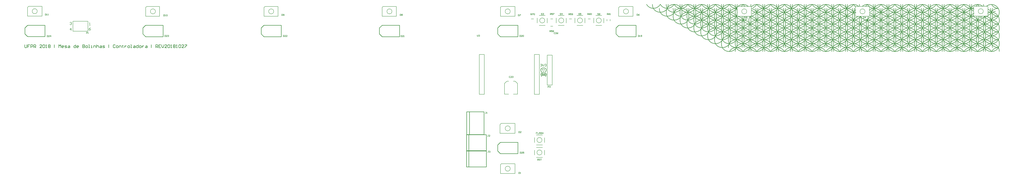
<source format=gto>
G04 Layer_Color=65535*
%FSLAX25Y25*%
%MOIN*%
G70*
G01*
G75*
%ADD44C,0.01000*%
%ADD45C,0.00100*%
%ADD46C,0.00500*%
%ADD47C,0.00800*%
%ADD48C,0.00787*%
%ADD49C,0.00300*%
%ADD50C,0.00700*%
D44*
X1470067Y92908D02*
G03*
X1470472Y96457I-15343J3549D01*
G01*
X1451516Y92658D02*
G03*
X1454583Y96457I-10571J11673D01*
G01*
X1454866Y96457D02*
G03*
X1457733Y92842I13638J7874D01*
G01*
X1687008Y96457D02*
G03*
X1687368Y93106I15748J0D01*
G01*
X1699740Y92835D02*
G03*
X1702615Y96457I-10763J11496D01*
G01*
X1944703Y81932D02*
G03*
X1958661Y82819I6085J14525D01*
G01*
X1919948Y92593D02*
G03*
X1923156Y96578I-10499J11737D01*
G01*
X1061400Y-34747D02*
G03*
X1060377Y-32277I-3494J0D01*
G01*
X1059807Y-38793D02*
G03*
X1061400Y-34947I-3846J3846D01*
G01*
X1059807Y-38793D02*
G03*
X1059100Y-40500I1707J-1707D01*
G01*
X1053100Y-41414D02*
G03*
X1052100Y-39000I-3414J0D01*
G01*
X1050600Y-35379D02*
G03*
X1052100Y-39000I5121J0D01*
G01*
X1051600Y-32500D02*
G03*
X1050600Y-34914I2414J-2414D01*
G01*
X1055221Y-31000D02*
G03*
X1051600Y-32500I0J-5121D01*
G01*
X1060600D02*
G03*
X1056979Y-31000I-3621J-3621D01*
G01*
X1964567Y9843D02*
G03*
X1950929Y1969I0J-15748D01*
G01*
X1950646Y1969D02*
G03*
X1923370Y1969I-13638J-7874D01*
G01*
X1923087Y1969D02*
G03*
X1895811Y1969I-13638J-7874D01*
G01*
X1895528Y1969D02*
G03*
X1868251Y1969I-13638J-7874D01*
G01*
X1785292Y1969D02*
G03*
X1758015Y1969I-13638J-7874D01*
G01*
X1812851Y1969D02*
G03*
X1785574Y1969I-13638J-7874D01*
G01*
X1840410Y1969D02*
G03*
X1813133Y1969I-13638J-7874D01*
G01*
X1867969Y1969D02*
G03*
X1840693Y1969I-13638J-7874D01*
G01*
X1675056Y1969D02*
G03*
X1647779Y1969I-13638J-7874D01*
G01*
X1702615Y1969D02*
G03*
X1675338Y1969I-13638J-7874D01*
G01*
X1730174Y1969D02*
G03*
X1702897Y1969I-13638J-7874D01*
G01*
X1757733Y1969D02*
G03*
X1730456Y1969I-13638J-7874D01*
G01*
X1564819Y1969D02*
G03*
X1537543Y1969I-13638J-7874D01*
G01*
X1592378Y1969D02*
G03*
X1565102Y1969I-13638J-7874D01*
G01*
X1619937Y1969D02*
G03*
X1592661Y1969I-13638J-7874D01*
G01*
X1647496Y1969D02*
G03*
X1620220Y1969I-13638J-7874D01*
G01*
X1454583Y1969D02*
G03*
X1427307Y1969I-13638J-7874D01*
G01*
X1482142Y1969D02*
G03*
X1454866Y1969I-13638J-7874D01*
G01*
X1509701Y1969D02*
G03*
X1482425Y1969I-13638J-7874D01*
G01*
X1537260Y1969D02*
G03*
X1509984Y1969I-13638J-7874D01*
G01*
X1966535Y1969D02*
G03*
X1935039Y1969I-15748J0D01*
G01*
X1938976D02*
G03*
X1907480Y1969I-15748J0D01*
G01*
X1911417D02*
G03*
X1879921Y1969I-15748J0D01*
G01*
X1883858D02*
G03*
X1852362Y1969I-15748J0D01*
G01*
X1773622D02*
G03*
X1742126Y1969I-15748J0D01*
G01*
X1801181D02*
G03*
X1769685Y1969I-15748J0D01*
G01*
X1828740D02*
G03*
X1797244Y1969I-15748J0D01*
G01*
X1856299D02*
G03*
X1824803Y1969I-15748J0D01*
G01*
X1663386D02*
G03*
X1631890Y1969I-15748J0D01*
G01*
X1690945D02*
G03*
X1659449Y1969I-15748J0D01*
G01*
X1718504D02*
G03*
X1687008Y1969I-15748J0D01*
G01*
X1746063D02*
G03*
X1714567Y1969I-15748J0D01*
G01*
X1553150D02*
G03*
X1521653Y1969I-15748J0D01*
G01*
X1580709D02*
G03*
X1549213Y1969I-15748J0D01*
G01*
X1608268D02*
G03*
X1576772Y1969I-15748J0D01*
G01*
X1635827D02*
G03*
X1604331Y1969I-15748J0D01*
G01*
X1470472D02*
G03*
X1438976Y1969I-15748J0D01*
G01*
X1498032D02*
G03*
X1466535Y1969I-15748J0D01*
G01*
X1525591D02*
G03*
X1494094Y1969I-15748J0D01*
G01*
X1964567Y25591D02*
G03*
X1950929Y17717I0J-15748D01*
G01*
X1952756Y9843D02*
G03*
X1921260Y9843I-15748J0D01*
G01*
X1925197D02*
G03*
X1893701Y9843I-15748J0D01*
G01*
X1897638D02*
G03*
X1866142Y9843I-15748J0D01*
G01*
X1787402D02*
G03*
X1755906Y9843I-15748J0D01*
G01*
X1814961D02*
G03*
X1783464Y9843I-15748J0D01*
G01*
X1842520D02*
G03*
X1811024Y9843I-15748J0D01*
G01*
X1870079D02*
G03*
X1838583Y9843I-15748J0D01*
G01*
X1677165D02*
G03*
X1645669Y9843I-15748J0D01*
G01*
X1704724D02*
G03*
X1673228Y9843I-15748J0D01*
G01*
X1732284D02*
G03*
X1700787Y9843I-15748J0D01*
G01*
X1759842D02*
G03*
X1728346Y9843I-15748J0D01*
G01*
X1566929D02*
G03*
X1535433Y9843I-15748J0D01*
G01*
X1594488D02*
G03*
X1562992Y9843I-15748J0D01*
G01*
X1622047D02*
G03*
X1590551Y9843I-15748J0D01*
G01*
X1649606D02*
G03*
X1618110Y9843I-15748J0D01*
G01*
X1456693D02*
G03*
X1425197Y9843I-15748J0D01*
G01*
X1484252D02*
G03*
X1452756Y9843I-15748J0D01*
G01*
X1511811D02*
G03*
X1480315Y9843I-15748J0D01*
G01*
X1539370D02*
G03*
X1507874Y9843I-15748J0D01*
G01*
X1966535Y17717D02*
G03*
X1966535Y17717I-15748J0D01*
G01*
X1938976D02*
G03*
X1938976Y17717I-15748J0D01*
G01*
X1911417D02*
G03*
X1911417Y17717I-15748J0D01*
G01*
X1883858D02*
G03*
X1883858Y17717I-15748J0D01*
G01*
X1773622D02*
G03*
X1773622Y17717I-15748J0D01*
G01*
X1801181D02*
G03*
X1801181Y17717I-15748J0D01*
G01*
X1828740D02*
G03*
X1828740Y17717I-15748J0D01*
G01*
X1856299D02*
G03*
X1856299Y17717I-15748J0D01*
G01*
X1663386D02*
G03*
X1663386Y17717I-15748J0D01*
G01*
X1690945D02*
G03*
X1690945Y17717I-15748J0D01*
G01*
X1718504D02*
G03*
X1718504Y17717I-15748J0D01*
G01*
X1746063D02*
G03*
X1746063Y17717I-15748J0D01*
G01*
X1553150D02*
G03*
X1553150Y17717I-15748J0D01*
G01*
X1580709D02*
G03*
X1580709Y17717I-15748J0D01*
G01*
X1608268D02*
G03*
X1608268Y17717I-15748J0D01*
G01*
X1635827D02*
G03*
X1635827Y17717I-15748J0D01*
G01*
X1442913D02*
G03*
X1442913Y17717I-15748J0D01*
G01*
X1470472D02*
G03*
X1470472Y17717I-15748J0D01*
G01*
X1498032D02*
G03*
X1498032Y17717I-15748J0D01*
G01*
X1525591D02*
G03*
X1525591Y17717I-15748J0D01*
G01*
X1964567Y41339D02*
G03*
X1964567Y9843I0J-15748D01*
G01*
X1952756Y25591D02*
G03*
X1952756Y25591I-15748J0D01*
G01*
X1925197D02*
G03*
X1925197Y25591I-15748J0D01*
G01*
X1897638D02*
G03*
X1897638Y25591I-15748J0D01*
G01*
X1787402D02*
G03*
X1787402Y25591I-15748J0D01*
G01*
X1814961D02*
G03*
X1814961Y25591I-15748J0D01*
G01*
X1842520D02*
G03*
X1842520Y25591I-15748J0D01*
G01*
X1870079D02*
G03*
X1870079Y25591I-15748J0D01*
G01*
X1677165D02*
G03*
X1677165Y25591I-15748J0D01*
G01*
X1704724D02*
G03*
X1704724Y25591I-15748J0D01*
G01*
X1732284D02*
G03*
X1732284Y25591I-15748J0D01*
G01*
X1759842D02*
G03*
X1759842Y25591I-15748J0D01*
G01*
X1566929D02*
G03*
X1566929Y25591I-15748J0D01*
G01*
X1594488D02*
G03*
X1594488Y25591I-15748J0D01*
G01*
X1622047D02*
G03*
X1622047Y25591I-15748J0D01*
G01*
X1649606D02*
G03*
X1649606Y25591I-15748J0D01*
G01*
X1456693D02*
G03*
X1456693Y25591I-15748J0D01*
G01*
X1484252D02*
G03*
X1484252Y25591I-15748J0D01*
G01*
X1511811D02*
G03*
X1511811Y25591I-15748J0D01*
G01*
X1539370D02*
G03*
X1539370Y25591I-15748J0D01*
G01*
X1429134D02*
G03*
X1429134Y25591I-15748J0D01*
G01*
X1966535Y33465D02*
G03*
X1966535Y33465I-15748J0D01*
G01*
X1938976D02*
G03*
X1938976Y33465I-15748J0D01*
G01*
X1911417D02*
G03*
X1911417Y33465I-15748J0D01*
G01*
X1883858D02*
G03*
X1883858Y33465I-15748J0D01*
G01*
X1773622D02*
G03*
X1773622Y33465I-15748J0D01*
G01*
X1801181D02*
G03*
X1801181Y33465I-15748J0D01*
G01*
X1828740D02*
G03*
X1828740Y33465I-15748J0D01*
G01*
X1856299D02*
G03*
X1856299Y33465I-15748J0D01*
G01*
X1663386D02*
G03*
X1663386Y33465I-15748J0D01*
G01*
X1690945D02*
G03*
X1690945Y33465I-15748J0D01*
G01*
X1718504D02*
G03*
X1718504Y33465I-15748J0D01*
G01*
X1746063D02*
G03*
X1746063Y33465I-15748J0D01*
G01*
X1553150D02*
G03*
X1553150Y33465I-15748J0D01*
G01*
X1580709D02*
G03*
X1580709Y33465I-15748J0D01*
G01*
X1608268D02*
G03*
X1608268Y33465I-15748J0D01*
G01*
X1635827D02*
G03*
X1635827Y33465I-15748J0D01*
G01*
X1442913D02*
G03*
X1442913Y33465I-15748J0D01*
G01*
X1470472D02*
G03*
X1470472Y33465I-15748J0D01*
G01*
X1498032D02*
G03*
X1498032Y33465I-15748J0D01*
G01*
X1525591D02*
G03*
X1525591Y33465I-15748J0D01*
G01*
X1415354D02*
G03*
X1415354Y33465I-15748J0D01*
G01*
X1964567Y57087D02*
G03*
X1964567Y25591I0J-15748D01*
G01*
X1952756Y41339D02*
G03*
X1952756Y41339I-15748J0D01*
G01*
X1925197D02*
G03*
X1925197Y41339I-15748J0D01*
G01*
X1897638D02*
G03*
X1897638Y41339I-15748J0D01*
G01*
X1787402D02*
G03*
X1787402Y41339I-15748J0D01*
G01*
X1814961D02*
G03*
X1814961Y41339I-15748J0D01*
G01*
X1842520D02*
G03*
X1842520Y41339I-15748J0D01*
G01*
X1870079D02*
G03*
X1870079Y41339I-15748J0D01*
G01*
X1677165D02*
G03*
X1677165Y41339I-15748J0D01*
G01*
X1704724D02*
G03*
X1704724Y41339I-15748J0D01*
G01*
X1732284D02*
G03*
X1732284Y41339I-15748J0D01*
G01*
X1759842D02*
G03*
X1759842Y41339I-15748J0D01*
G01*
X1566929D02*
G03*
X1566929Y41339I-15748J0D01*
G01*
X1594488D02*
G03*
X1594488Y41339I-15748J0D01*
G01*
X1622047D02*
G03*
X1622047Y41339I-15748J0D01*
G01*
X1649606D02*
G03*
X1649606Y41339I-15748J0D01*
G01*
X1456693D02*
G03*
X1456693Y41339I-15748J0D01*
G01*
X1484252D02*
G03*
X1484252Y41339I-15748J0D01*
G01*
X1511811D02*
G03*
X1511811Y41339I-15748J0D01*
G01*
X1539370D02*
G03*
X1539370Y41339I-15748J0D01*
G01*
X1401575D02*
G03*
X1401575Y41339I-15748J0D01*
G01*
X1429134D02*
G03*
X1429134Y41339I-15748J0D01*
G01*
X1966535Y49213D02*
G03*
X1966535Y49213I-15748J0D01*
G01*
X1938976D02*
G03*
X1938976Y49213I-15748J0D01*
G01*
X1911417D02*
G03*
X1911417Y49213I-15748J0D01*
G01*
X1883858D02*
G03*
X1883858Y49213I-15748J0D01*
G01*
X1773622D02*
G03*
X1773622Y49213I-15748J0D01*
G01*
X1801181D02*
G03*
X1801181Y49213I-15748J0D01*
G01*
X1828740D02*
G03*
X1828740Y49213I-15748J0D01*
G01*
X1856299D02*
G03*
X1856299Y49213I-15748J0D01*
G01*
X1663386D02*
G03*
X1663386Y49213I-15748J0D01*
G01*
X1690945D02*
G03*
X1690945Y49213I-15748J0D01*
G01*
X1718504D02*
G03*
X1718504Y49213I-15748J0D01*
G01*
X1746063D02*
G03*
X1746063Y49213I-15748J0D01*
G01*
X1553150D02*
G03*
X1553150Y49213I-15748J0D01*
G01*
X1580709D02*
G03*
X1580709Y49213I-15748J0D01*
G01*
X1608268D02*
G03*
X1608268Y49213I-15748J0D01*
G01*
X1635827D02*
G03*
X1635827Y49213I-15748J0D01*
G01*
X1442913D02*
G03*
X1442913Y49213I-15748J0D01*
G01*
X1470472D02*
G03*
X1470472Y49213I-15748J0D01*
G01*
X1498032D02*
G03*
X1498032Y49213I-15748J0D01*
G01*
X1525591D02*
G03*
X1525591Y49213I-15748J0D01*
G01*
X1387795D02*
G03*
X1387795Y49213I-15748J0D01*
G01*
X1415354D02*
G03*
X1415354Y49213I-15748J0D01*
G01*
X1964567Y72835D02*
G03*
X1964567Y41339I0J-15748D01*
G01*
X1925588Y67931D02*
G03*
X1937085Y72834I11420J-10844D01*
G01*
X1925197Y57087D02*
G03*
X1925197Y57087I-15748J0D01*
G01*
X1897638D02*
G03*
X1897638Y57087I-15748J0D01*
G01*
X1787402D02*
G03*
X1787402Y57087I-15748J0D01*
G01*
X1814961D02*
G03*
X1814961Y57087I-15748J0D01*
G01*
X1842520D02*
G03*
X1842520Y57087I-15748J0D01*
G01*
X1870079D02*
G03*
X1870079Y57087I-15748J0D01*
G01*
X1677165D02*
G03*
X1677165Y57087I-15748J0D01*
G01*
X1684674Y72236D02*
G03*
X1701420Y66738I4302J-15149D01*
G01*
X1732284Y57087D02*
G03*
X1732284Y57087I-15748J0D01*
G01*
X1759842D02*
G03*
X1759842Y57087I-15748J0D01*
G01*
X1566929D02*
G03*
X1566929Y57087I-15748J0D01*
G01*
X1594488D02*
G03*
X1594488Y57087I-15748J0D01*
G01*
X1622047D02*
G03*
X1622047Y57087I-15748J0D01*
G01*
X1649606D02*
G03*
X1649606Y57087I-15748J0D01*
G01*
X1456693D02*
G03*
X1456693Y57087I-15748J0D01*
G01*
X1456465Y67239D02*
G03*
X1469997Y72764I12039J-10152D01*
G01*
X1511811Y57087D02*
G03*
X1511811Y57087I-15748J0D01*
G01*
X1539370D02*
G03*
X1539370Y57087I-15748J0D01*
G01*
X1429134D02*
G03*
X1429134Y57087I-15748J0D01*
G01*
X1937001Y72572D02*
G03*
X1943447Y78894I13786J-7612D01*
G01*
X1916142Y79024D02*
G03*
X1937163Y72297I7086J-14064D01*
G01*
X1911417Y64961D02*
G03*
X1911417Y64961I-15748J0D01*
G01*
X1883858D02*
G03*
X1883858Y64961I-15748J0D01*
G01*
X1773622D02*
G03*
X1773622Y64961I-15748J0D01*
G01*
X1801181D02*
G03*
X1801181Y64961I-15748J0D01*
G01*
X1828740D02*
G03*
X1828740Y64961I-15748J0D01*
G01*
X1856299D02*
G03*
X1856299Y64961I-15748J0D01*
G01*
X1663386D02*
G03*
X1663386Y64961I-15748J0D01*
G01*
X1680082Y79932D02*
G03*
X1689145Y72271I-4885J-14971D01*
G01*
X1688587Y71834D02*
G03*
X1707655Y79927I14169J-6873D01*
G01*
X1746063Y64961D02*
G03*
X1746063Y64961I-15748J0D01*
G01*
X1553150D02*
G03*
X1553150Y64961I-15748J0D01*
G01*
X1580709D02*
G03*
X1580709Y64961I-15748J0D01*
G01*
X1608268D02*
G03*
X1608268Y64961I-15748J0D01*
G01*
X1635827D02*
G03*
X1635827Y64961I-15748J0D01*
G01*
X1442913D02*
G03*
X1442913Y64961I-15748J0D01*
G01*
X1442569Y74973D02*
G03*
X1468658Y72299I12156J-10012D01*
G01*
X1468412Y72417D02*
G03*
X1472521Y77318I13871J-7456D01*
G01*
X1525591Y64961D02*
G03*
X1525591Y64961I-15748J0D01*
G01*
X1964567Y88583D02*
G03*
X1964567Y57087I0J-15748D01*
G01*
X1921281Y72009D02*
G03*
X1944179Y86855I15726J825D01*
G01*
X1915845Y87225D02*
G03*
X1925189Y72351I-6396J-14391D01*
G01*
X1897638Y72835D02*
G03*
X1897638Y72835I-15748J0D01*
G01*
X1787402D02*
G03*
X1787402Y72835I-15748J0D01*
G01*
X1814961D02*
G03*
X1814961Y72835I-15748J0D01*
G01*
X1842520D02*
G03*
X1842520Y72835I-15748J0D01*
G01*
X1870079D02*
G03*
X1870079Y72835I-15748J0D01*
G01*
X1677165D02*
G03*
X1677165Y72835I-15748J0D01*
G01*
X1679898Y85703D02*
G03*
X1704723Y72637I9078J-12868D01*
G01*
X1701931Y66944D02*
G03*
X1706796Y85210I14605J5891D01*
G01*
X1759842Y72835D02*
G03*
X1759842Y72835I-15748J0D01*
G01*
X1566929D02*
G03*
X1566929Y72835I-15748J0D01*
G01*
X1594488D02*
G03*
X1594488Y72835I-15748J0D01*
G01*
X1622047D02*
G03*
X1622047Y72835I-15748J0D01*
G01*
X1649606D02*
G03*
X1649606Y72835I-15748J0D01*
G01*
X1442015Y88546D02*
G03*
X1456681Y72216I-1070J-15712D01*
G01*
X1452764Y72342D02*
G03*
X1471976Y88195I15740J492D01*
G01*
X1511811Y72835D02*
G03*
X1511811Y72835I-15748J0D01*
G01*
X1539370D02*
G03*
X1539370Y72835I-15748J0D01*
G01*
X1429134D02*
G03*
X1429134Y72835I-15748J0D01*
G01*
X1937736Y71896D02*
G03*
X1940583Y92703I13051J8813D01*
G01*
X1933124Y92959D02*
G03*
X1936617Y72418I-9896J-12250D01*
G01*
X1911417Y80709D02*
G03*
X1911417Y80709I-15748J0D01*
G01*
X1883858D02*
G03*
X1883858Y80709I-15748J0D01*
G01*
X1773622D02*
G03*
X1773622Y80709I-15748J0D01*
G01*
X1801181D02*
G03*
X1801181Y80709I-15748J0D01*
G01*
X1828740D02*
G03*
X1828740Y80709I-15748J0D01*
G01*
X1856299D02*
G03*
X1856299Y80709I-15748J0D01*
G01*
X1663386D02*
G03*
X1663386Y80709I-15748J0D01*
G01*
X1685580Y92549D02*
G03*
X1688297Y71968I-10383J-11840D01*
G01*
X1689780Y71785D02*
G03*
X1693262Y93273I12976J8924D01*
G01*
X1746063Y80709D02*
G03*
X1746063Y80709I-15748J0D01*
G01*
X1553150D02*
G03*
X1553150Y80709I-15748J0D01*
G01*
X1580709D02*
G03*
X1580709Y80709I-15748J0D01*
G01*
X1608268D02*
G03*
X1608268Y80709I-15748J0D01*
G01*
X1635827D02*
G03*
X1635827Y80709I-15748J0D01*
G01*
X1442913D02*
G03*
X1442913Y80709I-15748J0D01*
G01*
X1464796Y92815D02*
G03*
X1462235Y66867I-10072J-12106D01*
G01*
X1469174Y71983D02*
G03*
X1471557Y92239I13110J8726D01*
G01*
X1525591Y80709D02*
G03*
X1525591Y80709I-15748J0D01*
G01*
X1948819Y88583D02*
G03*
X1964567Y72835I15748J0D01*
G01*
X1943566Y74265D02*
G03*
X1952756Y88583I-6558J14317D01*
G01*
X1893701D02*
G03*
X1915393Y73999I15748J0D01*
G01*
X1866142Y88583D02*
G03*
X1897638Y88583I15748J0D01*
G01*
X1755906D02*
G03*
X1787402Y88583I15748J0D01*
G01*
X1783464D02*
G03*
X1814961Y88583I15748J0D01*
G01*
X1811024D02*
G03*
X1842520Y88583I15748J0D01*
G01*
X1838583D02*
G03*
X1870079Y88583I15748J0D01*
G01*
X1645669D02*
G03*
X1677165Y88583I15748J0D01*
G01*
X1673228D02*
G03*
X1677630Y77662I15748J0D01*
G01*
X1707607Y75610D02*
G03*
X1732284Y88583I8928J12972D01*
G01*
X1728346D02*
G03*
X1759842Y88583I15748J0D01*
G01*
X1535433D02*
G03*
X1566929Y88583I15748J0D01*
G01*
X1562992D02*
G03*
X1594488Y88583I15748J0D01*
G01*
X1590551D02*
G03*
X1622047Y88583I15748J0D01*
G01*
X1618110D02*
G03*
X1649606Y88583I15748J0D01*
G01*
X1425197D02*
G03*
X1442675Y72930I15748J0D01*
G01*
X1469886Y72895D02*
G03*
X1484252Y88583I-1382J15687D01*
G01*
X1480315D02*
G03*
X1511811Y88583I15748J0D01*
G01*
X1507874D02*
G03*
X1539370Y88583I15748J0D01*
G01*
X1935039Y96457D02*
G03*
X1935397Y93121I15748J0D01*
G01*
X1907480Y96457D02*
G03*
X1914523Y83333I15748J0D01*
G01*
X1879921Y96457D02*
G03*
X1911417Y96457I15748J0D01*
G01*
X1852362D02*
G03*
X1883858Y96457I15748J0D01*
G01*
X1742126D02*
G03*
X1773622Y96457I15748J0D01*
G01*
X1769685D02*
G03*
X1801181Y96457I15748J0D01*
G01*
X1797244D02*
G03*
X1828740Y96457I15748J0D01*
G01*
X1824803D02*
G03*
X1856299Y96457I15748J0D01*
G01*
X1631890D02*
G03*
X1663386Y96457I15748J0D01*
G01*
X1659449D02*
G03*
X1678958Y81164I15748J0D01*
G01*
X1709240Y82105D02*
G03*
X1718504Y96457I-6484J14351D01*
G01*
X1714567D02*
G03*
X1746063Y96457I15748J0D01*
G01*
X1521653D02*
G03*
X1553150Y96457I15748J0D01*
G01*
X1549213D02*
G03*
X1580709Y96457I15748J0D01*
G01*
X1576772D02*
G03*
X1608268Y96457I15748J0D01*
G01*
X1604331D02*
G03*
X1635827Y96457I15748J0D01*
G01*
X1438976D02*
G03*
X1442963Y85985I15748J0D01*
G01*
X1471336Y85137D02*
G03*
X1498032Y96457I10948J11320D01*
G01*
X1494094D02*
G03*
X1525591Y96457I15748J0D01*
G01*
X1509984Y96457D02*
G03*
X1537260Y96457I13638J7874D01*
G01*
X1482425Y96457D02*
G03*
X1509701Y96457I13638J7874D01*
G01*
X1474163Y89635D02*
G03*
X1482142Y96457I-5659J14696D01*
G01*
X1427307Y96457D02*
G03*
X1442323Y88643I13638J7874D01*
G01*
X1620220Y96457D02*
G03*
X1647496Y96457I13638J7874D01*
G01*
X1592661Y96457D02*
G03*
X1619937Y96457I13638J7874D01*
G01*
X1565102Y96457D02*
G03*
X1592378Y96457I13638J7874D01*
G01*
X1537543Y96457D02*
G03*
X1564819Y96457I13638J7874D01*
G01*
X1730456Y96457D02*
G03*
X1757733Y96457I13638J7874D01*
G01*
X1702897Y96457D02*
G03*
X1730174Y96457I13638J7874D01*
G01*
X1675338Y96457D02*
G03*
X1679634Y91653I13638J7874D01*
G01*
X1647779Y96457D02*
G03*
X1675056Y96457I13638J7874D01*
G01*
X1840693Y96457D02*
G03*
X1867969Y96457I13638J7874D01*
G01*
X1813133Y96457D02*
G03*
X1840410Y96457I13638J7874D01*
G01*
X1785574Y96457D02*
G03*
X1812851Y96457I13638J7874D01*
G01*
X1758015Y96457D02*
G03*
X1785292Y96457I13638J7874D01*
G01*
X1868251Y96457D02*
G03*
X1895528Y96457I13638J7874D01*
G01*
X1895811Y96457D02*
G03*
X1914980Y89586I13638J7874D01*
G01*
X1923370Y96457D02*
G03*
X1925633Y93440I13638J7874D01*
G01*
X1950929Y96457D02*
G03*
X1964567Y88583I13638J7874D01*
G01*
X1401575Y57087D02*
G03*
X1401575Y57087I-15748J0D01*
G01*
X1415354Y64961D02*
G03*
X1415354Y64961I-15748J0D01*
G01*
X1346457Y72835D02*
G03*
X1346457Y72835I-15748J0D01*
G01*
X1332677Y80709D02*
G03*
X1332677Y80709I-15748J0D01*
G01*
X1360236D02*
G03*
X1360236Y80709I-15748J0D01*
G01*
X1314961Y88583D02*
G03*
X1346457Y88583I15748J0D01*
G01*
X1342520D02*
G03*
X1374016Y88583I15748J0D01*
G01*
X1301181Y96457D02*
G03*
X1332677Y96457I15748J0D01*
G01*
X1328740D02*
G03*
X1360236Y96457I15748J0D01*
G01*
X1356299D02*
G03*
X1387795Y96457I15748J0D01*
G01*
X1344629Y96457D02*
G03*
X1371906Y96457I13638J7874D01*
G01*
X1317070Y96457D02*
G03*
X1344347Y96457I13638J7874D01*
G01*
X1411417D02*
G03*
X1442913Y96457I15748J0D01*
G01*
X1399748Y96457D02*
G03*
X1427024Y96457I13638J7874D01*
G01*
X1397638Y88583D02*
G03*
X1429134Y88583I15748J0D01*
G01*
X1372189Y96457D02*
G03*
X1399465Y96457I13638J7874D01*
G01*
X1383858D02*
G03*
X1415354Y96457I15748J0D01*
G01*
Y80709D02*
G03*
X1415354Y80709I-15748J0D01*
G01*
X1370079Y88583D02*
G03*
X1401575Y88583I15748J0D01*
G01*
Y72835D02*
G03*
X1401575Y72835I-15748J0D01*
G01*
X1387795Y80709D02*
G03*
X1387795Y80709I-15748J0D01*
G01*
Y64961D02*
G03*
X1387795Y64961I-15748J0D01*
G01*
X1374016Y72835D02*
G03*
X1374016Y72835I-15748J0D01*
G01*
Y57087D02*
G03*
X1374016Y57087I-15748J0D01*
G01*
X1360236Y64961D02*
G03*
X1360236Y64961I-15748J0D01*
G01*
X1289511Y96457D02*
G03*
X1316788Y96457I13638J7874D01*
G01*
X1261952Y96457D02*
G03*
X1289229Y96457I13638J7874D01*
G01*
X1273622D02*
G03*
X1305118Y96457I15748J0D01*
G01*
X1287402Y88583D02*
G03*
X1318898Y88583I15748J0D01*
G01*
X1053800Y-45800D02*
X1061200Y-43400D01*
X1060700Y-42200D02*
X1062100Y-44100D01*
X1051400Y-46600D02*
X1053800Y-45800D01*
X1050737Y-45700D02*
X1052137Y-47600D01*
X1060063D02*
X1061463Y-45700D01*
X1058400Y-45800D02*
X1060800Y-46600D01*
X1050100Y-44100D02*
X1051500Y-42200D01*
X1051000Y-43400D02*
X1058400Y-45800D01*
X1050600Y-35379D02*
Y-34914D01*
X1055221Y-31000D02*
X1056979D01*
X1053100Y-42500D02*
Y-40600D01*
X1059100Y-42500D02*
Y-40500D01*
X1053100Y-42500D02*
X1059100D01*
X902300Y-229700D02*
X941800D01*
X906733D02*
Y-197700D01*
X902300D02*
X941800D01*
Y-229700D02*
Y-197700D01*
X902300Y-229700D02*
Y-197700D01*
X941800Y-229700D02*
Y-197700D01*
X902300Y-229700D02*
X941800D01*
X902300D02*
Y-197700D01*
X906733Y-229700D02*
Y-197700D01*
X902300D02*
X941800D01*
X902300Y-197000D02*
X941800D01*
X906733D02*
Y-165000D01*
X902300D02*
X941800D01*
Y-197000D02*
Y-165000D01*
X902300Y-197000D02*
Y-165000D01*
X941800Y-197000D02*
Y-165000D01*
X902300Y-197000D02*
X941800D01*
X902300D02*
Y-165000D01*
X906733Y-197000D02*
Y-165000D01*
X902300D02*
X941800D01*
X902500Y-164561D02*
X907939D01*
X908000D02*
X937067D01*
X908000D02*
Y-118939D01*
X902500Y-164500D02*
Y-118939D01*
X937067D01*
X902500Y-164561D02*
Y-118939D01*
X937067D01*
X908000D02*
X937067D01*
Y-164561D02*
Y-118939D01*
Y-164561D02*
Y-118939D01*
X969936Y-203117D02*
X1004677D01*
X969936Y-180283D02*
X1004677D01*
X964519Y-197700D02*
Y-185700D01*
Y-197700D02*
X969936Y-203117D01*
X964519Y-185700D02*
X969936Y-180283D01*
X1004677Y-203117D02*
Y-180283D01*
X1206141Y31832D02*
X1240882D01*
X1206141Y54666D02*
X1240882D01*
X1200724Y37249D02*
Y49249D01*
Y37249D02*
X1206141Y31832D01*
X1200724Y49249D02*
X1206141Y54666D01*
X1240882Y31832D02*
Y54666D01*
X969936Y31832D02*
X1004677D01*
X969936Y54666D02*
X1004677D01*
X964519Y37249D02*
Y49249D01*
Y37249D02*
X969936Y31832D01*
X964519Y49249D02*
X969936Y54666D01*
X1004677Y31832D02*
Y54666D01*
X733700Y31832D02*
X768441D01*
X733700Y54666D02*
X768441D01*
X728283Y37249D02*
Y49249D01*
Y37249D02*
X733700Y31832D01*
X728283Y49249D02*
X733700Y54666D01*
X768441Y31832D02*
Y54666D01*
X497480Y31832D02*
X532221D01*
X497480Y54666D02*
X532221D01*
X492063Y37249D02*
Y49249D01*
Y37249D02*
X497480Y31832D01*
X492063Y49249D02*
X497480Y54666D01*
X532221Y31832D02*
Y54666D01*
X261259Y31832D02*
X296000D01*
X261259Y54666D02*
X296000D01*
X255842Y37249D02*
Y49249D01*
Y37249D02*
X261259Y31832D01*
X255842Y49249D02*
X261259Y54666D01*
X296000Y31832D02*
Y54666D01*
X25411Y31875D02*
X60152D01*
X25411Y54709D02*
X60152D01*
X19994Y37292D02*
Y49292D01*
Y37292D02*
X25411Y31875D01*
X19994Y49292D02*
X25411Y54709D01*
X60152Y31875D02*
Y54709D01*
X19685Y15841D02*
Y10842D01*
X20685Y9843D01*
X22684D01*
X23684Y10842D01*
Y15841D01*
X29682D02*
X25683D01*
Y12842D01*
X27683D01*
X25683D01*
Y9843D01*
X31681D02*
Y15841D01*
X34680D01*
X35680Y14841D01*
Y12842D01*
X34680Y11842D01*
X31681D01*
X37679Y9843D02*
Y15841D01*
X40678D01*
X41678Y14841D01*
Y12842D01*
X40678Y11842D01*
X37679D01*
X39679D02*
X41678Y9843D01*
X53674D02*
X49675D01*
X53674Y13841D01*
Y14841D01*
X52674Y15841D01*
X50675D01*
X49675Y14841D01*
X55673D02*
X56673Y15841D01*
X58672D01*
X59672Y14841D01*
Y10842D01*
X58672Y9843D01*
X56673D01*
X55673Y10842D01*
Y14841D01*
X61672Y9843D02*
X63671D01*
X62671D01*
Y15841D01*
X61672Y14841D01*
X66670D02*
X67669Y15841D01*
X69669D01*
X70669Y14841D01*
Y13841D01*
X69669Y12842D01*
X70669Y11842D01*
Y10842D01*
X69669Y9843D01*
X67669D01*
X66670Y10842D01*
Y11842D01*
X67669Y12842D01*
X66670Y13841D01*
Y14841D01*
X67669Y12842D02*
X69669D01*
X78666Y15841D02*
Y9843D01*
X87663D02*
Y15841D01*
X89662Y13841D01*
X91662Y15841D01*
Y9843D01*
X96660D02*
X94661D01*
X93661Y10842D01*
Y12842D01*
X94661Y13841D01*
X96660D01*
X97660Y12842D01*
Y11842D01*
X93661D01*
X99659Y9843D02*
X102658D01*
X103658Y10842D01*
X102658Y11842D01*
X100659D01*
X99659Y12842D01*
X100659Y13841D01*
X103658D01*
X106657D02*
X108656D01*
X109656Y12842D01*
Y9843D01*
X106657D01*
X105657Y10842D01*
X106657Y11842D01*
X109656D01*
X121652Y15841D02*
Y9843D01*
X118653D01*
X117653Y10842D01*
Y12842D01*
X118653Y13841D01*
X121652D01*
X126650Y9843D02*
X124651D01*
X123651Y10842D01*
Y12842D01*
X124651Y13841D01*
X126650D01*
X127650Y12842D01*
Y11842D01*
X123651D01*
X135647Y15841D02*
Y9843D01*
X138647D01*
X139646Y10842D01*
Y11842D01*
X138647Y12842D01*
X135647D01*
X138647D01*
X139646Y13841D01*
Y14841D01*
X138647Y15841D01*
X135647D01*
X142645Y9843D02*
X144645D01*
X145644Y10842D01*
Y12842D01*
X144645Y13841D01*
X142645D01*
X141646Y12842D01*
Y10842D01*
X142645Y9843D01*
X147644D02*
X149643D01*
X148643D01*
Y15841D01*
X147644D01*
X152642Y9843D02*
X154641D01*
X153642D01*
Y13841D01*
X152642D01*
X157640Y9843D02*
Y13841D01*
X160639D01*
X161639Y12842D01*
Y9843D01*
X163638Y15841D02*
Y9843D01*
Y12842D01*
X164638Y13841D01*
X166638D01*
X167637Y12842D01*
Y9843D01*
X170636Y13841D02*
X172636D01*
X173635Y12842D01*
Y9843D01*
X170636D01*
X169636Y10842D01*
X170636Y11842D01*
X173635D01*
X175635Y9843D02*
X178634D01*
X179633Y10842D01*
X178634Y11842D01*
X176634D01*
X175635Y12842D01*
X176634Y13841D01*
X179633D01*
X187631Y15841D02*
Y9843D01*
X200626Y14841D02*
X199627Y15841D01*
X197627D01*
X196628Y14841D01*
Y10842D01*
X197627Y9843D01*
X199627D01*
X200626Y10842D01*
X203625Y9843D02*
X205625D01*
X206625Y10842D01*
Y12842D01*
X205625Y13841D01*
X203625D01*
X202626Y12842D01*
Y10842D01*
X203625Y9843D01*
X208624D02*
Y13841D01*
X211623D01*
X212623Y12842D01*
Y9843D01*
X215622Y14841D02*
Y13841D01*
X214622D01*
X216621D01*
X215622D01*
Y10842D01*
X216621Y9843D01*
X219620Y13841D02*
Y9843D01*
Y11842D01*
X220620Y12842D01*
X221620Y13841D01*
X222619D01*
X226618Y9843D02*
X228618D01*
X229617Y10842D01*
Y12842D01*
X228618Y13841D01*
X226618D01*
X225618Y12842D01*
Y10842D01*
X226618Y9843D01*
X231616D02*
X233616D01*
X232616D01*
Y15841D01*
X231616D01*
X237614Y13841D02*
X239614D01*
X240614Y12842D01*
Y9843D01*
X237614D01*
X236615Y10842D01*
X237614Y11842D01*
X240614D01*
X246612Y15841D02*
Y9843D01*
X243613D01*
X242613Y10842D01*
Y12842D01*
X243613Y13841D01*
X246612D01*
X249611Y9843D02*
X251610D01*
X252610Y10842D01*
Y12842D01*
X251610Y13841D01*
X249611D01*
X248611Y12842D01*
Y10842D01*
X249611Y9843D01*
X254609Y13841D02*
Y9843D01*
Y11842D01*
X255609Y12842D01*
X256608Y13841D01*
X257608D01*
X261607D02*
X263606D01*
X264606Y12842D01*
Y9843D01*
X261607D01*
X260607Y10842D01*
X261607Y11842D01*
X264606D01*
X272603Y15841D02*
Y9843D01*
X281600D02*
Y15841D01*
X284599D01*
X285599Y14841D01*
Y12842D01*
X284599Y11842D01*
X281600D01*
X283600D02*
X285599Y9843D01*
X291597Y15841D02*
X287598D01*
Y9843D01*
X291597D01*
X287598Y12842D02*
X289598D01*
X293596Y15841D02*
Y11842D01*
X295596Y9843D01*
X297595Y11842D01*
Y15841D01*
X303593Y9843D02*
X299594D01*
X303593Y13841D01*
Y14841D01*
X302593Y15841D01*
X300594D01*
X299594Y14841D01*
X305592D02*
X306592Y15841D01*
X308592D01*
X309591Y14841D01*
Y10842D01*
X308592Y9843D01*
X306592D01*
X305592Y10842D01*
Y14841D01*
X311591Y9843D02*
X313590D01*
X312590D01*
Y15841D01*
X311591Y14841D01*
X316589D02*
X317589Y15841D01*
X319588D01*
X320588Y14841D01*
Y13841D01*
X319588Y12842D01*
X320588Y11842D01*
Y10842D01*
X319588Y9843D01*
X317589D01*
X316589Y10842D01*
Y11842D01*
X317589Y12842D01*
X316589Y13841D01*
Y14841D01*
X317589Y12842D02*
X319588D01*
X322587Y9843D02*
X324586D01*
X323587D01*
Y15841D01*
X322587Y14841D01*
X327585D02*
X328585Y15841D01*
X330585D01*
X331584Y14841D01*
Y10842D01*
X330585Y9843D01*
X328585D01*
X327585Y10842D01*
Y14841D01*
X337582Y9843D02*
X333583D01*
X337582Y13841D01*
Y14841D01*
X336582Y15841D01*
X334583D01*
X333583Y14841D01*
X339582Y15841D02*
X343580D01*
Y14841D01*
X339582Y10842D01*
Y9843D01*
D45*
X1056100Y-37300D02*
G03*
X1056159Y-37159I-141J141D01*
G01*
X1055929Y-36888D02*
G03*
X1056100Y-37300I583J0D01*
G01*
X1055929Y-36771D02*
G03*
X1056000Y-36600I-171J171D01*
G01*
X1055850Y-40150D02*
Y-38450D01*
X1057350Y-40200D02*
Y-38500D01*
X1056150Y-40200D02*
Y-38500D01*
X1054500Y-38300D02*
X1054700Y-38500D01*
X1054500Y-40400D02*
X1054700Y-40200D01*
Y-38500D01*
X1056159Y-36959D02*
Y-36859D01*
X1056000Y-37200D02*
X1056100Y-37300D01*
X1056000Y-37200D02*
Y-36700D01*
X1056100Y-37300D02*
Y-36800D01*
X1056079Y-36779D02*
X1056159Y-36859D01*
X1056000Y-37000D02*
X1056159Y-37159D01*
X1056000Y-36700D02*
X1056159Y-36859D01*
Y-37159D02*
Y-36959D01*
X1056000Y-37000D02*
Y-36600D01*
X1056159Y-37159D02*
Y-36759D01*
X1055929Y-36888D02*
Y-36771D01*
X1056000Y-36600D02*
X1056159Y-36759D01*
D46*
X1057483Y-33800D02*
G03*
X1057000Y-34000I0J-683D01*
G01*
D02*
G03*
X1056900Y-34241I241J-241D01*
G01*
Y-34717D02*
G03*
X1057100Y-35200I683J0D01*
G01*
D02*
G03*
X1057583Y-35400I483J483D01*
G01*
X1057400Y-34300D02*
G03*
X1057824Y-35324I1448J0D01*
G01*
X1057483Y-33800D02*
G03*
X1057400Y-34000I200J-200D01*
G01*
X1056900Y-34241D02*
G03*
X1057236Y-35054I1149J0D01*
G01*
X1053600Y-34241D02*
G03*
X1053936Y-35054I1149J0D01*
G01*
X1054183Y-33800D02*
G03*
X1054100Y-34000I200J-200D01*
G01*
Y-34300D02*
G03*
X1054524Y-35324I1448J0D01*
G01*
X1053800Y-35200D02*
G03*
X1054283Y-35400I483J483D01*
G01*
X1053600Y-34717D02*
G03*
X1053800Y-35200I683J0D01*
G01*
X1053700Y-34000D02*
G03*
X1053600Y-34241I241J-241D01*
G01*
X1054183Y-33800D02*
G03*
X1053700Y-34000I0J-683D01*
G01*
X989598Y-152298D02*
G03*
X989598Y-152298I-5000J0D01*
G01*
Y-233200D02*
G03*
X989598Y-233200I-5000J0D01*
G01*
X1934465Y82800D02*
G03*
X1934465Y82800I-5000J0D01*
G01*
X1698244Y82501D02*
G03*
X1698244Y82501I-5000J0D01*
G01*
X1462024D02*
G03*
X1462024Y82501I-5000J0D01*
G01*
X1225803D02*
G03*
X1225803Y82501I-5000J0D01*
G01*
X989583D02*
G03*
X989583Y82501I-5000J0D01*
G01*
X753362D02*
G03*
X753362Y82501I-5000J0D01*
G01*
X517142D02*
G03*
X517142Y82501I-5000J0D01*
G01*
X280921D02*
G03*
X280921Y82501I-5000J0D01*
G01*
X44799Y82862D02*
G03*
X44799Y82862I-5000J0D01*
G01*
X499744Y92344D02*
X525900D01*
Y72658D02*
Y92344D01*
X1057900Y-34600D02*
Y-33800D01*
X1057483D02*
X1057900D01*
X1056900Y-34717D02*
Y-34241D01*
X1057583Y-35400D02*
X1057900D01*
Y-34600D01*
X1057824Y-35324D02*
X1057900Y-35400D01*
X1057400Y-34300D02*
Y-34000D01*
X1054100Y-34300D02*
Y-34000D01*
X1054524Y-35324D02*
X1054600Y-35400D01*
Y-34600D01*
X1054283Y-35400D02*
X1054600D01*
X1053600Y-34717D02*
Y-34241D01*
X1054183Y-33800D02*
X1054600D01*
Y-34600D02*
Y-33800D01*
X969200Y-162141D02*
X999200D01*
Y-142455D01*
X969200Y-162141D02*
Y-144800D01*
X971545Y-142455D01*
X999200D01*
X970000Y-243043D02*
X999300D01*
Y-223357D01*
X970000Y-243043D02*
Y-225300D01*
X971943Y-223357D01*
X999300D01*
X1915300Y72957D02*
X1943900D01*
Y92643D01*
X1915300Y72957D02*
Y91000D01*
X1916943Y92643D01*
X1943900D01*
X1678700Y72658D02*
X1707500D01*
Y92344D01*
X1678700Y72658D02*
Y90600D01*
X1680444Y92344D01*
X1707500D01*
X1442900Y72658D02*
X1471200D01*
Y92344D01*
X1442900Y72658D02*
Y90600D01*
X1444644Y92344D01*
X1471200D01*
X1206300Y72658D02*
X1234900D01*
Y92344D01*
X1206300Y72658D02*
Y90200D01*
X1208444Y92344D01*
X1234900D01*
X970200Y72658D02*
X999300D01*
Y92344D01*
X970200Y72658D02*
Y90700D01*
X971844Y92344D01*
X999300D01*
X733700Y72658D02*
X762300D01*
Y92344D01*
X733700Y72658D02*
Y90500D01*
X735544Y92344D01*
X762300D01*
X497800Y72658D02*
X525900D01*
X497800D02*
Y90400D01*
X499744Y92344D01*
X261600Y72658D02*
X289300D01*
Y92344D01*
X261600Y72658D02*
Y90400D01*
X263544Y92344D01*
X289300D01*
X25400Y73019D02*
X54400D01*
Y92705D01*
X25400Y73019D02*
Y90500D01*
X27605Y92705D01*
X54400D01*
X1044291Y-216535D02*
Y-213536D01*
X1045791D01*
X1046291Y-214036D01*
Y-215036D01*
X1045791Y-215536D01*
X1044291D01*
X1045291D02*
X1046291Y-216535D01*
X1049290Y-214036D02*
X1048790Y-213536D01*
X1047790D01*
X1047290Y-214036D01*
Y-214536D01*
X1047790Y-215036D01*
X1048790D01*
X1049290Y-215536D01*
Y-216036D01*
X1048790Y-216535D01*
X1047790D01*
X1047290Y-216036D01*
X1050289Y-213536D02*
X1052289D01*
X1051289D01*
Y-216535D01*
X989499Y-48101D02*
X988999Y-47601D01*
X988000D01*
X987500Y-48101D01*
Y-50100D01*
X988000Y-50600D01*
X988999D01*
X989499Y-50100D01*
X992498Y-50600D02*
X990499D01*
X992498Y-48601D01*
Y-48101D01*
X991999Y-47601D01*
X990999D01*
X990499Y-48101D01*
X993498D02*
X993998Y-47601D01*
X994998D01*
X995497Y-48101D01*
Y-48601D01*
X994998Y-49101D01*
X994498D01*
X994998D01*
X995497Y-49600D01*
Y-50100D01*
X994998Y-50600D01*
X993998D01*
X993498Y-50100D01*
X1078999Y39799D02*
X1078500Y40299D01*
X1077500D01*
X1077000Y39799D01*
Y37800D01*
X1077500Y37300D01*
X1078500D01*
X1078999Y37800D01*
X1081998Y37300D02*
X1079999D01*
X1081998Y39299D01*
Y39799D01*
X1081499Y40299D01*
X1080499D01*
X1079999Y39799D01*
X1084997Y40299D02*
X1083998Y39799D01*
X1082998Y38800D01*
Y37800D01*
X1083498Y37300D01*
X1084498D01*
X1084997Y37800D01*
Y38300D01*
X1084498Y38800D01*
X1082998D01*
X1006500Y-240201D02*
Y-243200D01*
X1008000D01*
X1008499Y-242700D01*
Y-240701D01*
X1008000Y-240201D01*
X1006500D01*
X1009499Y-243200D02*
X1010499D01*
X1009999D01*
Y-240201D01*
X1009499Y-240701D01*
X1006500Y-158201D02*
Y-161200D01*
X1008000D01*
X1008499Y-160700D01*
Y-158701D01*
X1008000Y-158201D01*
X1006500D01*
X1011498Y-161200D02*
X1009499D01*
X1011498Y-159201D01*
Y-158701D01*
X1010999Y-158201D01*
X1009999D01*
X1009499Y-158701D01*
X1927000Y71899D02*
Y68900D01*
X1928499D01*
X1928999Y69400D01*
Y71399D01*
X1928499Y71899D01*
X1927000D01*
X1929999Y71399D02*
X1930499Y71899D01*
X1931499D01*
X1931998Y71399D01*
Y70899D01*
X1931499Y70399D01*
X1930999D01*
X1931499D01*
X1931998Y69900D01*
Y69400D01*
X1931499Y68900D01*
X1930499D01*
X1929999Y69400D01*
X1694900Y71599D02*
Y68600D01*
X1696399D01*
X1696899Y69100D01*
Y71099D01*
X1696399Y71599D01*
X1694900D01*
X1699398Y68600D02*
Y71599D01*
X1697899Y70100D01*
X1699898D01*
X1458200Y71599D02*
Y68600D01*
X1459700D01*
X1460199Y69100D01*
Y71099D01*
X1459700Y71599D01*
X1458200D01*
X1463198D02*
X1461199D01*
Y70100D01*
X1462199Y70599D01*
X1462699D01*
X1463198Y70100D01*
Y69100D01*
X1462699Y68600D01*
X1461699D01*
X1461199Y69100D01*
X1242500Y77299D02*
Y74300D01*
X1243999D01*
X1244499Y74800D01*
Y76799D01*
X1243999Y77299D01*
X1242500D01*
X1247498D02*
X1246499Y76799D01*
X1245499Y75800D01*
Y74800D01*
X1245999Y74300D01*
X1246999D01*
X1247498Y74800D01*
Y75300D01*
X1246999Y75800D01*
X1245499D01*
X1005500Y76299D02*
Y73300D01*
X1006999D01*
X1007499Y73800D01*
Y75799D01*
X1006999Y76299D01*
X1005500D01*
X1008499D02*
X1010498D01*
Y75799D01*
X1008499Y73800D01*
Y73300D01*
X769600Y77199D02*
Y74200D01*
X771100D01*
X771599Y74700D01*
Y76699D01*
X771100Y77199D01*
X769600D01*
X772599Y76699D02*
X773099Y77199D01*
X774098D01*
X774598Y76699D01*
Y76199D01*
X774098Y75700D01*
X774598Y75200D01*
Y74700D01*
X774098Y74200D01*
X773099D01*
X772599Y74700D01*
Y75200D01*
X773099Y75700D01*
X772599Y76199D01*
Y76699D01*
X773099Y75700D02*
X774098D01*
X533200Y76899D02*
Y73900D01*
X534699D01*
X535199Y74400D01*
Y76399D01*
X534699Y76899D01*
X533200D01*
X536199Y74400D02*
X536699Y73900D01*
X537699D01*
X538198Y74400D01*
Y76399D01*
X537699Y76899D01*
X536699D01*
X536199Y76399D01*
Y75899D01*
X536699Y75400D01*
X538198D01*
X297200Y76099D02*
Y73100D01*
X298699D01*
X299199Y73600D01*
Y75599D01*
X298699Y76099D01*
X297200D01*
X300199Y73100D02*
X301199D01*
X300699D01*
Y76099D01*
X300199Y75599D01*
X302698D02*
X303198Y76099D01*
X304198D01*
X304698Y75599D01*
Y73600D01*
X304198Y73100D01*
X303198D01*
X302698Y73600D01*
Y75599D01*
X60800Y77599D02*
Y74600D01*
X62300D01*
X62799Y75100D01*
Y77099D01*
X62300Y77599D01*
X60800D01*
X63799Y74600D02*
X64799D01*
X64299D01*
Y77599D01*
X63799Y77099D01*
X66298Y74600D02*
X67298D01*
X66798D01*
Y77599D01*
X66298Y77099D01*
X1245000Y34799D02*
Y31800D01*
X1246500D01*
X1246999Y32300D01*
Y34299D01*
X1246500Y34799D01*
X1245000D01*
X1247999Y31800D02*
X1248999D01*
X1248499D01*
Y34799D01*
X1247999Y34299D01*
X1250498Y32300D02*
X1250998Y31800D01*
X1251998D01*
X1252498Y32300D01*
Y34299D01*
X1251998Y34799D01*
X1250998D01*
X1250498Y34299D01*
Y33799D01*
X1250998Y33299D01*
X1252498D01*
X1008500Y34799D02*
Y31800D01*
X1009999D01*
X1010499Y32300D01*
Y34299D01*
X1009999Y34799D01*
X1008500D01*
X1013498Y31800D02*
X1011499D01*
X1013498Y33799D01*
Y34299D01*
X1012999Y34799D01*
X1011999D01*
X1011499Y34299D01*
X1014498D02*
X1014998Y34799D01*
X1015998D01*
X1016497Y34299D01*
Y32300D01*
X1015998Y31800D01*
X1014998D01*
X1014498Y32300D01*
Y34299D01*
X771000Y34401D02*
Y31402D01*
X772500D01*
X772999Y31902D01*
Y33901D01*
X772500Y34401D01*
X771000D01*
X775998Y31402D02*
X773999D01*
X775998Y33401D01*
Y33901D01*
X775498Y34401D01*
X774499D01*
X773999Y33901D01*
X776998Y31402D02*
X777998D01*
X777498D01*
Y34401D01*
X776998Y33901D01*
X536000Y34799D02*
Y31800D01*
X537500D01*
X537999Y32300D01*
Y34299D01*
X537500Y34799D01*
X536000D01*
X540998Y31800D02*
X538999D01*
X540998Y33799D01*
Y34299D01*
X540498Y34799D01*
X539499D01*
X538999Y34299D01*
X543997Y31800D02*
X541998D01*
X543997Y33799D01*
Y34299D01*
X543498Y34799D01*
X542498D01*
X541998Y34299D01*
X299500Y34799D02*
Y31800D01*
X300999D01*
X301499Y32300D01*
Y34299D01*
X300999Y34799D01*
X299500D01*
X304498Y31800D02*
X302499D01*
X304498Y33799D01*
Y34299D01*
X303998Y34799D01*
X302999D01*
X302499Y34299D01*
X305498D02*
X305998Y34799D01*
X306998D01*
X307497Y34299D01*
Y33799D01*
X306998Y33299D01*
X306498D01*
X306998D01*
X307497Y32800D01*
Y32300D01*
X306998Y31800D01*
X305998D01*
X305498Y32300D01*
X64500Y34299D02*
Y31300D01*
X66000D01*
X66499Y31800D01*
Y33799D01*
X66000Y34299D01*
X64500D01*
X69498Y31300D02*
X67499D01*
X69498Y33299D01*
Y33799D01*
X68999Y34299D01*
X67999D01*
X67499Y33799D01*
X71998Y31300D02*
Y34299D01*
X70498Y32800D01*
X72497D01*
X1009000Y-199701D02*
Y-202700D01*
X1010499D01*
X1010999Y-202200D01*
Y-200201D01*
X1010499Y-199701D01*
X1009000D01*
X1013998Y-202700D02*
X1011999D01*
X1013998Y-200701D01*
Y-200201D01*
X1013499Y-199701D01*
X1012499D01*
X1011999Y-200201D01*
X1016997Y-199701D02*
X1014998D01*
Y-201201D01*
X1015998Y-200701D01*
X1016498D01*
X1016997Y-201201D01*
Y-202200D01*
X1016498Y-202700D01*
X1015498D01*
X1014998Y-202200D01*
X941499Y-119701D02*
X940500D01*
X941000D01*
Y-122200D01*
X940500Y-122700D01*
X940000D01*
X939500Y-122200D01*
X942499Y-122700D02*
X943499D01*
X942999D01*
Y-119701D01*
X942499Y-120201D01*
X945999Y-165701D02*
X945000D01*
X945500D01*
Y-168200D01*
X945000Y-168700D01*
X944500D01*
X944000Y-168200D01*
X948998Y-168700D02*
X946999D01*
X948998Y-166701D01*
Y-166201D01*
X948499Y-165701D01*
X947499D01*
X946999Y-166201D01*
X946499Y-197701D02*
X945500D01*
X946000D01*
Y-200200D01*
X945500Y-200700D01*
X945000D01*
X944500Y-200200D01*
X947499Y-198201D02*
X947999Y-197701D01*
X948999D01*
X949498Y-198201D01*
Y-198701D01*
X948999Y-199200D01*
X948499D01*
X948999D01*
X949498Y-199700D01*
Y-200200D01*
X948999Y-200700D01*
X947999D01*
X947499Y-200200D01*
X143000Y38000D02*
Y40999D01*
X144500D01*
X144999Y40499D01*
Y39500D01*
X144500Y39000D01*
X143000D01*
X145999Y38000D02*
X146999D01*
X146499D01*
Y40999D01*
X145999Y40499D01*
X1064800Y-70400D02*
Y-67401D01*
X1066300D01*
X1066799Y-67901D01*
Y-68901D01*
X1066300Y-69400D01*
X1064800D01*
X1067799Y-67901D02*
X1068299Y-67401D01*
X1069299D01*
X1069798Y-67901D01*
Y-68401D01*
X1069299Y-68901D01*
X1068799D01*
X1069299D01*
X1069798Y-69400D01*
Y-69900D01*
X1069299Y-70400D01*
X1068299D01*
X1067799Y-69900D01*
X1069500Y75800D02*
Y78799D01*
X1071000D01*
X1071499Y78299D01*
Y77299D01*
X1071000Y76800D01*
X1069500D01*
X1070500D02*
X1071499Y75800D01*
X1074498Y78799D02*
X1072499D01*
Y77299D01*
X1073499Y77799D01*
X1073999D01*
X1074498Y77299D01*
Y76300D01*
X1073999Y75800D01*
X1072999D01*
X1072499Y76300D01*
X1075498Y78799D02*
X1077497D01*
Y78299D01*
X1075498Y76300D01*
Y75800D01*
X1068500Y41300D02*
Y44299D01*
X1070000D01*
X1070499Y43799D01*
Y42799D01*
X1070000Y42300D01*
X1068500D01*
X1069500D02*
X1070499Y41300D01*
X1073498Y44299D02*
X1071499D01*
Y42799D01*
X1072499Y43299D01*
X1072999D01*
X1073498Y42799D01*
Y41800D01*
X1072999Y41300D01*
X1071999D01*
X1071499Y41800D01*
X1074498Y43799D02*
X1074998Y44299D01*
X1075998D01*
X1076497Y43799D01*
Y43299D01*
X1075998Y42799D01*
X1076497Y42300D01*
Y41800D01*
X1075998Y41300D01*
X1074998D01*
X1074498Y41800D01*
Y42300D01*
X1074998Y42799D01*
X1074498Y43299D01*
Y43799D01*
X1074998Y42799D02*
X1075998D01*
X1106500Y75300D02*
Y78299D01*
X1108000D01*
X1108499Y77799D01*
Y76799D01*
X1108000Y76300D01*
X1106500D01*
X1107500D02*
X1108499Y75300D01*
X1111498Y78299D02*
X1109499D01*
Y76799D01*
X1110499Y77299D01*
X1110999D01*
X1111498Y76799D01*
Y75800D01*
X1110999Y75300D01*
X1109999D01*
X1109499Y75800D01*
X1112498D02*
X1112998Y75300D01*
X1113998D01*
X1114497Y75800D01*
Y77799D01*
X1113998Y78299D01*
X1112998D01*
X1112498Y77799D01*
Y77299D01*
X1112998Y76799D01*
X1114497D01*
X1144000Y75800D02*
Y78799D01*
X1145500D01*
X1145999Y78299D01*
Y77299D01*
X1145500Y76800D01*
X1144000D01*
X1145000D02*
X1145999Y75800D01*
X1148998Y78799D02*
X1147999Y78299D01*
X1146999Y77299D01*
Y76300D01*
X1147499Y75800D01*
X1148499D01*
X1148998Y76300D01*
Y76800D01*
X1148499Y77299D01*
X1146999D01*
X1149998Y78299D02*
X1150498Y78799D01*
X1151498D01*
X1151997Y78299D01*
Y76300D01*
X1151498Y75800D01*
X1150498D01*
X1149998Y76300D01*
Y78299D01*
X1183000Y75800D02*
Y78799D01*
X1184499D01*
X1184999Y78299D01*
Y77299D01*
X1184499Y76800D01*
X1183000D01*
X1184000D02*
X1184999Y75800D01*
X1187998Y78799D02*
X1186999Y78299D01*
X1185999Y77299D01*
Y76300D01*
X1186499Y75800D01*
X1187499D01*
X1187998Y76300D01*
Y76800D01*
X1187499Y77299D01*
X1185999D01*
X1188998Y75800D02*
X1189998D01*
X1189498D01*
Y78799D01*
X1188998Y78299D01*
X1030500Y75300D02*
Y78299D01*
X1031999D01*
X1032499Y77799D01*
Y76799D01*
X1031999Y76300D01*
X1030500D01*
X1031500D02*
X1032499Y75300D01*
X1033499Y78299D02*
X1035498D01*
Y77799D01*
X1033499Y75800D01*
Y75300D01*
X1036498Y77799D02*
X1036998Y78299D01*
X1037998D01*
X1038497Y77799D01*
Y75800D01*
X1037998Y75300D01*
X1036998D01*
X1036498Y75800D01*
Y77799D01*
X1043338Y-160387D02*
X1041339D01*
Y-161886D01*
X1042338D01*
X1041339D01*
Y-163386D01*
X1044338Y-160387D02*
Y-163386D01*
X1046337D01*
X1047337D02*
Y-161387D01*
X1048336Y-160387D01*
X1049336Y-161387D01*
Y-163386D01*
Y-161886D01*
X1047337D01*
X1052335Y-160887D02*
X1051835Y-160387D01*
X1050836D01*
X1050336Y-160887D01*
Y-161387D01*
X1050836Y-161886D01*
X1051835D01*
X1052335Y-162386D01*
Y-162886D01*
X1051835Y-163386D01*
X1050836D01*
X1050336Y-162886D01*
X1053335Y-160387D02*
Y-163386D01*
Y-161886D01*
X1055334D01*
Y-160387D01*
Y-163386D01*
X1053499Y78299D02*
X1052999Y78799D01*
X1052000D01*
X1051500Y78299D01*
Y77799D01*
X1052000Y77299D01*
X1052999D01*
X1053499Y76800D01*
Y76300D01*
X1052999Y75800D01*
X1052000D01*
X1051500Y76300D01*
X1054499Y78299D02*
X1054999Y78799D01*
X1055999D01*
X1056498Y78299D01*
Y77799D01*
X1055999Y77299D01*
X1055499D01*
X1055999D01*
X1056498Y76800D01*
Y76300D01*
X1055999Y75800D01*
X1054999D01*
X1054499Y76300D01*
X1090999Y78299D02*
X1090499Y78799D01*
X1089500D01*
X1089000Y78299D01*
Y77799D01*
X1089500Y77299D01*
X1090499D01*
X1090999Y76800D01*
Y76300D01*
X1090499Y75800D01*
X1089500D01*
X1089000Y76300D01*
X1093499Y75800D02*
Y78799D01*
X1091999Y77299D01*
X1093998D01*
X1128299Y78299D02*
X1127800Y78799D01*
X1126800D01*
X1126300Y78299D01*
Y77799D01*
X1126800Y77299D01*
X1127800D01*
X1128299Y76800D01*
Y76300D01*
X1127800Y75800D01*
X1126800D01*
X1126300Y76300D01*
X1131298Y78799D02*
X1129299D01*
Y77299D01*
X1130299Y77799D01*
X1130799D01*
X1131298Y77299D01*
Y76300D01*
X1130799Y75800D01*
X1129799D01*
X1129299Y76300D01*
X1165999Y78299D02*
X1165499Y78799D01*
X1164500D01*
X1164000Y78299D01*
Y77799D01*
X1164500Y77299D01*
X1165499D01*
X1165999Y76800D01*
Y76300D01*
X1165499Y75800D01*
X1164500D01*
X1164000Y76300D01*
X1168998Y78799D02*
X1167999Y78299D01*
X1166999Y77299D01*
Y76300D01*
X1167499Y75800D01*
X1168499D01*
X1168998Y76300D01*
Y76800D01*
X1168499Y77299D01*
X1166999D01*
X923500Y35299D02*
Y32800D01*
X924000Y32300D01*
X925000D01*
X925499Y32800D01*
Y35299D01*
X926499Y34799D02*
X926999Y35299D01*
X927999D01*
X928498Y34799D01*
Y34299D01*
X927999Y33799D01*
X927499D01*
X927999D01*
X928498Y33300D01*
Y32800D01*
X927999Y32300D01*
X926999D01*
X926499Y32800D01*
D47*
X1053000Y-200700D02*
G03*
X1053000Y-200700I-5000J0D01*
G01*
Y-175700D02*
G03*
X1053000Y-175700I-5000J0D01*
G01*
X1058500Y64300D02*
G03*
X1058500Y64300I-5000J0D01*
G01*
X1096500D02*
G03*
X1096500Y64300I-5000J0D01*
G01*
X1133900Y64400D02*
G03*
X1133900Y64400I-5000J0D01*
G01*
X1171500Y64300D02*
G03*
X1171500Y64300I-5000J0D01*
G01*
X1038000Y-205582D02*
Y-195818D01*
X1041937Y-190700D02*
X1054063D01*
X1058000Y-205700D02*
Y-195818D01*
X1041937Y-210700D02*
X1054063D01*
X1058000Y-180582D02*
Y-170818D01*
X1041937Y-185700D02*
X1054063D01*
X1038000Y-180582D02*
Y-170700D01*
X1041937Y-165700D02*
X1054063D01*
X1063500Y59418D02*
Y69182D01*
X1047437Y54300D02*
X1059563D01*
X1043500Y59418D02*
Y69300D01*
X1047437Y74300D02*
X1059563D01*
X1101500Y59418D02*
Y69182D01*
X1085437Y54300D02*
X1097563D01*
X1081500Y59418D02*
Y69300D01*
X1085437Y74300D02*
X1097563D01*
X1138900Y59518D02*
Y69282D01*
X1122837Y54400D02*
X1134963D01*
X1118900Y59518D02*
Y69400D01*
X1122837Y74400D02*
X1134963D01*
X1176500Y59418D02*
Y69182D01*
X1160437Y54300D02*
X1172563D01*
X1156500Y59418D02*
Y69300D01*
X1160437Y74300D02*
X1172563D01*
X112499Y43800D02*
Y48798D01*
X110000Y46299D01*
X113332D01*
X110000Y59965D02*
X110833Y60798D01*
X112499D01*
X113332Y59965D01*
Y59132D01*
X112499Y58299D01*
X111666D01*
X112499D01*
X113332Y57466D01*
Y56633D01*
X112499Y55800D01*
X110833D01*
X110000Y56633D01*
X151332Y49798D02*
X149666Y48965D01*
X148000Y47299D01*
Y45633D01*
X148833Y44800D01*
X150499D01*
X151332Y45633D01*
Y46466D01*
X150499Y47299D01*
X148000D01*
X149000Y54800D02*
X150666D01*
X149833D01*
Y59798D01*
X149000Y58965D01*
D48*
X1063500Y-5200D02*
X1073500D01*
Y-65200D02*
Y-5200D01*
X1063500Y-65200D02*
X1073500D01*
X1063500D02*
Y-5200D01*
X995924Y-57608D02*
X999468D01*
X1004192Y-62332D01*
X978208D02*
X982932Y-57608D01*
X986476D01*
X1004192Y-83592D02*
Y-62332D01*
X995924Y-83592D02*
X1004192D01*
X978208D02*
X986476D01*
X978208D02*
Y-62332D01*
X1070138Y52800D02*
X1074862D01*
X1031638Y67300D02*
X1036362D01*
X1070138D02*
X1074862D01*
X1107638Y67400D02*
X1112362D01*
X1145138Y67300D02*
X1149862D01*
X1182850Y63425D02*
Y66575D01*
X1189150Y63425D02*
Y66575D01*
X1037901Y-4100D02*
X1047900D01*
Y-84100D02*
Y-4100D01*
X1037901Y-84100D02*
X1047900D01*
X1037901D02*
Y-4100D01*
X927901D02*
X937901D01*
Y-84100D02*
Y-4100D01*
X927901Y-84100D02*
X937901D01*
X927901D02*
Y-4100D01*
X116000Y42800D02*
Y62800D01*
X146000Y42800D02*
Y62800D01*
X116000Y42800D02*
X146000D01*
X116000Y62800D02*
X146000D01*
X116000D02*
X135167D01*
D49*
X1057500Y-40400D02*
Y-38300D01*
X1056000Y-40400D02*
Y-38300D01*
X1054500Y-40400D02*
Y-38300D01*
X1054600Y-39400D02*
X1057500D01*
D50*
X1050197Y-24060D02*
X1050897Y-23360D01*
X1052296D01*
X1052996Y-24060D01*
Y-24760D01*
X1052296Y-25460D01*
X1051596D01*
X1052296D01*
X1052996Y-26160D01*
Y-26859D01*
X1052296Y-27559D01*
X1050897D01*
X1050197Y-26859D01*
X1054395Y-23360D02*
Y-26160D01*
X1055795Y-27559D01*
X1057195Y-26160D01*
Y-23360D01*
X1058594Y-24060D02*
X1059294Y-23360D01*
X1060693D01*
X1061393Y-24060D01*
Y-24760D01*
X1060693Y-25460D01*
X1059994D01*
X1060693D01*
X1061393Y-26160D01*
Y-26859D01*
X1060693Y-27559D01*
X1059294D01*
X1058594Y-26859D01*
M02*

</source>
